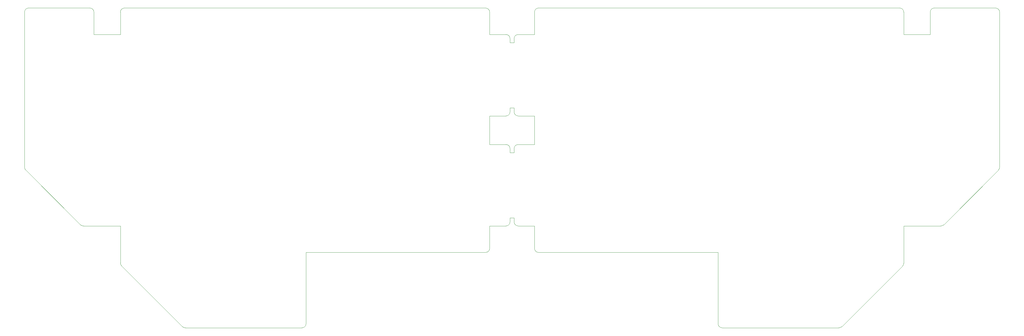
<source format=gbr>
%TF.GenerationSoftware,KiCad,Pcbnew,7.0.9*%
%TF.CreationDate,2024-05-08T21:34:52+09:00*%
%TF.ProjectId,L4,4c342e6b-6963-4616-945f-706362585858,rev?*%
%TF.SameCoordinates,Original*%
%TF.FileFunction,Profile,NP*%
%FSLAX46Y46*%
G04 Gerber Fmt 4.6, Leading zero omitted, Abs format (unit mm)*
G04 Created by KiCad (PCBNEW 7.0.9) date 2024-05-08 21:34:52*
%MOMM*%
%LPD*%
G01*
G04 APERTURE LIST*
%TA.AperFunction,Profile*%
%ADD10C,0.100000*%
%TD*%
G04 APERTURE END LIST*
D10*
X149860000Y-194945000D02*
G75*
G03*
X151130000Y-193675000I0J1270000D01*
G01*
X367030000Y-96520000D02*
G75*
G03*
X365760000Y-95250000I-1270000J0D01*
G01*
X213360000Y-163195000D02*
G75*
G03*
X214630000Y-161925000I0J1270000D01*
G01*
X208280000Y-163195000D02*
X208280000Y-170180000D01*
X217170000Y-137795000D02*
G75*
G03*
X215900000Y-139065000I0J-1270000D01*
G01*
X366658042Y-145786992D02*
G75*
G03*
X367030000Y-144888949I-898242J898092D01*
G01*
X207010000Y-171450000D02*
G75*
G03*
X208280000Y-170180000I0J1270000D01*
G01*
X337185000Y-96520000D02*
X337185000Y-103505000D01*
X214630000Y-104775000D02*
X214630000Y-106045000D01*
X367030000Y-144888949D02*
X367030000Y-96520000D01*
X81806051Y-163195000D02*
X93345000Y-163195000D01*
X208280000Y-128905000D02*
X208280000Y-137795000D01*
X85090000Y-96520000D02*
G75*
G03*
X83820000Y-95250000I-1270000J0D01*
G01*
X217170000Y-103505000D02*
G75*
G03*
X215900000Y-104775000I0J-1270000D01*
G01*
X223520000Y-95250000D02*
G75*
G03*
X222250000Y-96520000I0J-1270000D01*
G01*
X93345020Y-174733949D02*
G75*
G03*
X93716975Y-175631973I1269680J-151D01*
G01*
X317871975Y-194573025D02*
X336810482Y-175741354D01*
X85090000Y-96520000D02*
X85090000Y-103505000D01*
X213360000Y-163195000D02*
X208280000Y-163195000D01*
X346710000Y-95250000D02*
X365760000Y-95250000D01*
X223520000Y-95250000D02*
X335915000Y-95250000D01*
X217170000Y-128905000D02*
X222250000Y-128905000D01*
X214630000Y-161925000D02*
X214630000Y-160655000D01*
X222250000Y-137795000D02*
X217170000Y-137795000D01*
X316973949Y-194945022D02*
G75*
G03*
X317871975Y-194573025I51J1269822D01*
G01*
X63500000Y-144888949D02*
X63500000Y-96520000D01*
X337185000Y-163195000D02*
X348723949Y-163195000D01*
X208280000Y-96520000D02*
G75*
G03*
X207010000Y-95250000I-1270000J0D01*
G01*
X336810486Y-175741358D02*
G75*
G03*
X337185000Y-174840792I-895486J900558D01*
G01*
X94615000Y-95250000D02*
G75*
G03*
X93345000Y-96520000I0J-1270000D01*
G01*
X279400000Y-193675000D02*
G75*
G03*
X280670000Y-194945000I1270000J0D01*
G01*
X213360000Y-128905000D02*
X208280000Y-128905000D01*
X214630000Y-126365000D02*
X215900000Y-126365000D01*
X217170000Y-163195000D02*
X222250000Y-163195000D01*
X215900000Y-161925000D02*
G75*
G03*
X217170000Y-163195000I1270000J0D01*
G01*
X345440000Y-103505000D02*
X345440000Y-96520000D01*
X93345000Y-103505000D02*
X93345000Y-96520000D01*
X80908050Y-162823002D02*
G75*
G03*
X81806051Y-163195000I898050J898002D01*
G01*
X222250000Y-103505000D02*
X222250000Y-96520000D01*
X63500020Y-144888949D02*
G75*
G03*
X63871976Y-145786974I1269680J-151D01*
G01*
X64770000Y-95250000D02*
X83820000Y-95250000D01*
X149860000Y-194945000D02*
X113556051Y-194945000D01*
X214630000Y-106045000D02*
X215900000Y-106045000D01*
X217170000Y-103505000D02*
X222250000Y-103505000D01*
X337185000Y-96520000D02*
G75*
G03*
X335915000Y-95250000I-1270000J0D01*
G01*
X222250000Y-163195000D02*
X222250000Y-170180000D01*
X215900000Y-106045000D02*
X215900000Y-104775000D01*
X223520000Y-171450000D02*
X279400000Y-171450000D01*
X337185000Y-174840792D02*
X337185000Y-163195000D01*
X346710000Y-95250000D02*
G75*
G03*
X345440000Y-96520000I0J-1270000D01*
G01*
X215900000Y-140335000D02*
X215900000Y-139065000D01*
X215900000Y-126365000D02*
X215900000Y-127635000D01*
X214630000Y-139065000D02*
G75*
G03*
X213360000Y-137795000I-1270000J0D01*
G01*
X366658025Y-145786975D02*
X349621974Y-162823026D01*
X112658049Y-194573001D02*
G75*
G03*
X113556051Y-194945000I898051J898001D01*
G01*
X208280000Y-137795000D02*
X213360000Y-137795000D01*
X213360000Y-128905000D02*
G75*
G03*
X214630000Y-127635000I0J1270000D01*
G01*
X208280000Y-96520000D02*
X208280000Y-103505000D01*
X93345000Y-174733949D02*
X93345000Y-163195000D01*
X337185000Y-103505000D02*
X345440000Y-103505000D01*
X222250000Y-128905000D02*
X222250000Y-137795000D01*
X151130000Y-171450000D02*
X151130000Y-193675000D01*
X214630000Y-139065000D02*
X214630000Y-140335000D01*
X214630000Y-127635000D02*
X214630000Y-126365000D01*
X208280000Y-103505000D02*
X213360000Y-103505000D01*
X222250000Y-170180000D02*
G75*
G03*
X223520000Y-171450000I1270000J0D01*
G01*
X214630000Y-140335000D02*
X215900000Y-140335000D01*
X85090000Y-103505000D02*
X93345000Y-103505000D01*
X214630000Y-160655000D02*
X215900000Y-160655000D01*
X215900000Y-160655000D02*
X215900000Y-161925000D01*
X64770000Y-95250000D02*
G75*
G03*
X63500000Y-96520000I0J-1270000D01*
G01*
X112658025Y-194573025D02*
X93716974Y-175631974D01*
X207010000Y-171450000D02*
X151130000Y-171450000D01*
X214630000Y-104775000D02*
G75*
G03*
X213360000Y-103505000I-1270000J0D01*
G01*
X280670000Y-194945000D02*
X316973949Y-194945000D01*
X215900000Y-127635000D02*
G75*
G03*
X217170000Y-128905000I1270000J0D01*
G01*
X279400000Y-171450000D02*
X279400000Y-193675000D01*
X63871975Y-145786975D02*
X80908026Y-162823026D01*
X94615000Y-95250000D02*
X207010000Y-95250000D01*
X348723949Y-163194980D02*
G75*
G03*
X349621973Y-162823025I151J1269680D01*
G01*
M02*

</source>
